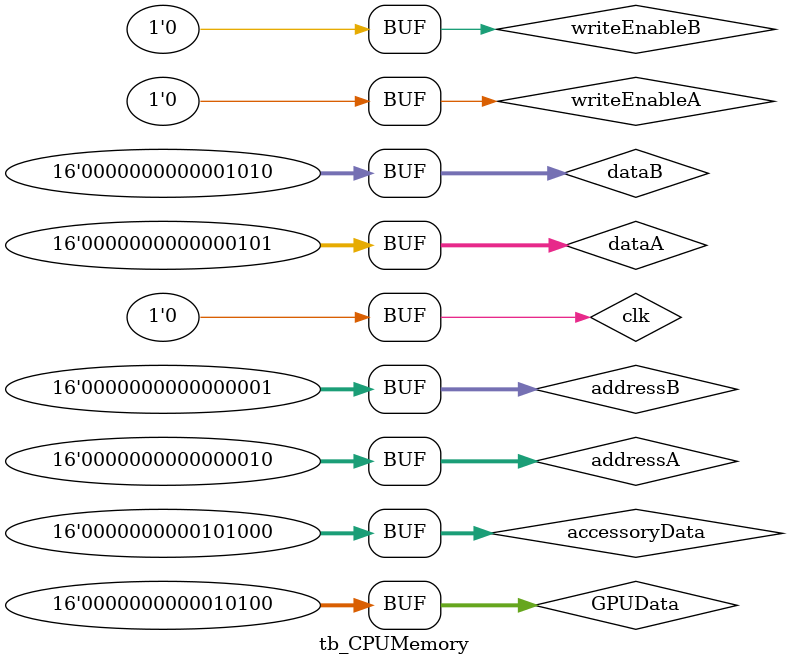
<source format=v>


module tb_CPUMemory;

	reg clk;
	reg writeEnableA, writeEnableB;
	reg [15:0] dataA, dataB;
	reg [15:0] addressA, addressB;
	reg [15:0] GPUData;
	reg [15:0] accessoryData;
	wire [15:0] outputA, outputB;

	CPUMemory #(.ADDR_WIDTH(16)) ram(dataA, dataB, addressA, addressB, writeEnableA, writeEnableB, clk, GPUData, accessoryData, outputA, outputB);

	always begin // simulate a clock
		//  clk = 1;
		//  #1;
		//  clk = 0;
		//  #1;
	end

	initial begin
		GPUData = 20;
		accessoryData = 40;

		clk = 0;

		dataA = 5;
		dataB = 10;
		addressA = 10;
		addressB = 11;
		writeEnableA = 1;
		writeEnableB = 1;

		#1 clk = 1;
		#1 clk = 0;

		writeEnableA = 0;
		writeEnableB = 0;

		#1 clk = 1;
		#1 clk = 0;

		addressA = 12;
		addressB = 13;

		#1 clk = 1;
		#1 clk = 0;

		addressA = 1;
		addressB = 2;

		#1 clk = 1;
		#1 clk = 0;
		
		addressA = 2;
		addressB = 1;

		#1 clk = 1;
		#1 clk = 0;

	end

	


endmodule



</source>
